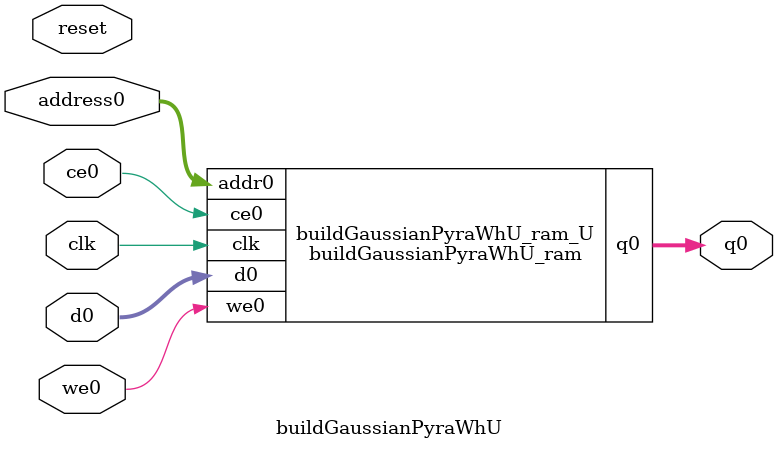
<source format=v>

`timescale 1 ns / 1 ps
module buildGaussianPyraWhU_ram (addr0, ce0, d0, we0, q0,  clk);

parameter DWIDTH = 25;
parameter AWIDTH = 3;
parameter MEM_SIZE = 6;

input[AWIDTH-1:0] addr0;
input ce0;
input[DWIDTH-1:0] d0;
input we0;
output reg[DWIDTH-1:0] q0;
input clk;

(* ram_style = "distributed" *)reg [DWIDTH-1:0] ram[0:MEM_SIZE-1];




always @(posedge clk)  
begin 
    if (ce0) 
    begin
        if (we0) 
        begin 
            ram[addr0] <= d0; 
            q0 <= d0;
        end 
        else 
            q0 <= ram[addr0];
    end
end


endmodule


`timescale 1 ns / 1 ps
module buildGaussianPyraWhU(
    reset,
    clk,
    address0,
    ce0,
    we0,
    d0,
    q0);

parameter DataWidth = 32'd25;
parameter AddressRange = 32'd6;
parameter AddressWidth = 32'd3;
input reset;
input clk;
input[AddressWidth - 1:0] address0;
input ce0;
input we0;
input[DataWidth - 1:0] d0;
output[DataWidth - 1:0] q0;



buildGaussianPyraWhU_ram buildGaussianPyraWhU_ram_U(
    .clk( clk ),
    .addr0( address0 ),
    .ce0( ce0 ),
    .we0( we0 ),
    .d0( d0 ),
    .q0( q0 ));

endmodule


</source>
